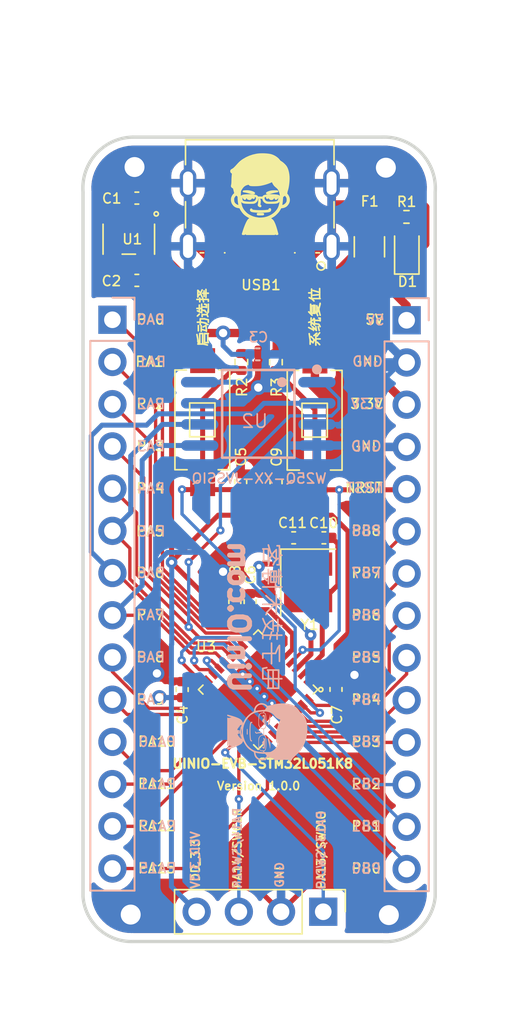
<source format=kicad_pcb>
(kicad_pcb (version 20211014) (generator pcbnew)
  (layers (0 "F.Cu" signal) (31 "B.Cu" signal) (34 "B.Paste" user) (35 "F.Paste" user) (36 "B.SilkS" user "B.Silkscreen") (37 "F.SilkS" user "F.Silkscreen") (38 "B.Mask" user) (39 "F.Mask" user) (44 "Edge.Cuts" user))
  (net 0 "")
  (net 1 "GND")
  (net 2 "/VDD_5V")
  (net 3 "/VDD_3.3V")
  (net 4 "/BOOT0")
  (net 5 "/NRST")
  (net 6 "Net-(C10-Pad2)")
  (net 7 "Net-(C11-Pad2)")
  (net 8 "Net-(D1-Pad2)")
  (net 9 "/PA0")
  (net 10 "/PA1")
  (net 11 "/PA2")
  (net 12 "/PA3")
  (net 13 "/PA4{slash}CS")
  (net 14 "/PA5{slash}SCLK")
  (net 15 "/PA6{slash}MISO")
  (net 16 "/PA7{slash}MOSI")
  (net 17 "/PA8")
  (net 18 "/PA9")
  (net 19 "/PA10")
  (net 20 "/PA15")
  (net 21 "/PA13{slash}SWDIO")
  (net 22 "/PA14{slash}SWCLK")
  (net 23 "/PB0")
  (net 24 "/PB1")
  (net 25 "/PB2")
  (net 26 "/PB3")
  (net 27 "/PB4")
  (net 28 "/PB5")
  (net 29 "/PB6")
  (net 30 "/PB7")
  (net 31 "/PB8")
  (net 35 "Net-(F1-Pad1)")
  (net 36 "/PA11")
  (net 37 "/PA12")
  (footprint "Resistor_SMD:R_0402_1005Metric" (layer "F.Cu") (at 157.61 96.24 -90)
    (fp_text reference "R3")
    (fp_text value "R")
  )
  (footprint "Capacitor_SMD:C_0402_1005Metric" (layer "F.Cu") (at 155.49 103.43 -90)
    (fp_text reference "C5")
    (fp_text value "0.1uF")
  )
  (footprint "Fuse:Fuse_1206_3216Metric" (layer "F.Cu") (at 163.24 89.3 -90)
    (fp_text reference "F1")
    (fp_text value "Polyfuse")
  )
  (footprint "Capacitor_SMD:C_0402_1005Metric" (layer "F.Cu") (at 151.968606 115.942853 90)
    (fp_text reference "C4")
    (fp_text value "0.1uF")
  )
  (footprint "Uinio:UFQFPN-32_L5.0-W5.0-P0.50-BL-EP" (layer "F.Cu") (at 156.541331 115.942853 135)
    (fp_text reference "U3")
    (fp_text value "STM32L051K8U6")
  )
  (footprint "Resistor_SMD:R_0402_1005Metric" (layer "F.Cu") (at 165.47 87.5 180)
    (fp_text reference "R1")
    (fp_text value "1K")
  )
  (footprint "Connector_PinHeader_2.54mm:PinHeader_1x04_P2.54mm_Vertical" (layer "F.Cu") (at 160.46 129.31 -90)
    (fp_text reference "J3" hide)
    (fp_text value "Conn_01x04_Male")
  )
  (footprint "Capacitor_SMD:C_0402_1005Metric" (layer "F.Cu") (at 155.14 110.65 -90)
    (fp_text reference "C8")
    (fp_text value "0.1uF")
  )
  (footprint "Capacitor_SMD:C_0402_1005Metric" (layer "F.Cu") (at 161.228606 115.932853 90)
    (fp_text reference "C7")
    (fp_text value "0.1uF")
  )
  (footprint "Uinio:USB-TYPEC-250-BRP6L68" (layer "F.Cu") (at 156.64 87.87 180)
    (fp_text reference "USB1")
    (fp_text value "USB_Type_C_6Pin")
  )
  (footprint "LOGO" (layer "F.Cu") (at 156.68 86.04)
    (fp_text reference "")
    (fp_text value "LOGO" hide)
  )
  (footprint "Capacitor_SMD:C_0402_1005Metric" (layer "F.Cu") (at 157.62 103.44 90)
    (fp_text reference "C9")
    (fp_text value "0.1uF")
  )
  (footprint "Uinio:SW-SMD_L6.0-W3.3-LS8.0-1" (layer "F.Cu") (at 159.96 99.87 -90)
    (fp_text reference "SW2" hide)
    (fp_text value "SW_Push")
  )
  (footprint "Resistor_SMD:R_0402_1005Metric" (layer "F.Cu") (at 155.53 96.23 -90)
    (fp_text reference "R2")
    (fp_text value "10K")
  )
  (footprint "LED_SMD:LED_0603_1608Metric" (layer "F.Cu") (at 165.49 89.455 90)
    (fp_text reference "D1")
    (fp_text value "LED")
  )
  (footprint "Capacitor_SMD:C_0402_1005Metric" (layer "F.Cu") (at 149.24 91.32)
    (fp_text reference "C2")
    (fp_text value "1uF")
  )
  (footprint "Capacitor_SMD:C_0402_1005Metric" (layer "F.Cu") (at 156.06 110.65 -90)
    (fp_text reference "C6")
    (fp_text value "1uF")
  )
  (footprint "Capacitor_SMD:C_0402_1005Metric" (layer "F.Cu") (at 158.68 106.81 180)
    (fp_text reference "C11")
    (fp_text value "8pF")
  )
  (footprint "Crystal:Crystal_SMD_3225-4Pin_3.2x2.5mm" (layer "F.Cu") (at 159.55 109.49 -90)
    (fp_text reference "Y1")
    (fp_text value "Crystal_GND24")
  )
  (footprint "Capacitor_SMD:C_0402_1005Metric" (layer "F.Cu") (at 160.5 106.81)
    (fp_text reference "C10")
    (fp_text value "8pF")
  )
  (footprint "Capacitor_SMD:C_0402_1005Metric" (layer "F.Cu") (at 149.24 86.37)
    (fp_text reference "C1")
    (fp_text value "1uF")
  )
  (footprint "Uinio:SW-SMD_L6.0-W3.3-LS8.0-1" (layer "F.Cu") (at 153.2 99.85 -90)
    (fp_text reference "SW1" hide)
    (fp_text value "SW_Push")
  )
  (footprint "Uinio:SOT-23-5_L3.0-W1.7-P0.95-LS2.8-BR" (layer "F.Cu") (at 148.756 88.842 90)
    (fp_text reference "U1")
    (fp_text value "ME6211C33M5G-N")
  )
  (footprint "Connector_PinHeader_2.54mm:PinHeader_1x14_P2.54mm_Vertical" (layer "B.Cu") (at 165.48 93.72 180)
    (fp_text reference "J2" hide)
    (fp_text value "Conn_01x14_Male")
  )
  (footprint "Uinio:SOIC-8_L5.3-W5.3-P1.27-LS8.0-BL" (layer "B.Cu") (at 156.55 99.35 -90)
    (fp_text reference "U2")
    (fp_text value "W25Q128JVSSIQ")
  )
  (footprint "Capacitor_SMD:C_0402_1005Metric" (layer "B.Cu") (at 156.52 95.77 180)
    (fp_text reference "C3")
    (fp_text value "0.1uF")
  )
  (footprint "LOGO" (layer "B.Cu") (at 157.181394 118.477147 90)
    (fp_text reference "")
    (fp_text value "LOGO" hide)
  )
  (footprint "Connector_PinHeader_2.54mm:PinHeader_1x14_P2.54mm_Vertical" (layer "B.Cu") (at 147.77 93.69 180)
    (fp_text reference "J1" hide)
    (fp_text value "Conn_01x14_Male")
  )
  (gr_arc (start 146 86) (mid 146.787386 83.702168) (end 149 82.7) (layer "Edge.Cuts") (width 0.2))
  (gr_arc (start 167.2 128.4) (mid 166.155286 130.408118) (end 164 131.1) (layer "Edge.Cuts") (width 0.2))
  (gr_line (start 167.2 86) (end 167.2 128.4) (layer "Edge.Cuts") (width 0.2))
  (gr_line (start 149 82.7) (end 164 82.7) (layer "Edge.Cuts") (width 0.2))
  (gr_line (start 149 131.1) (end 164 131.1) (layer "Edge.Cuts") (width 0.2))
  (gr_arc (start 149 131.1) (mid 146.958585 130.351572) (end 146 128.4) (layer "Edge.Cuts") (width 0.2))
  (gr_arc (start 164 82.7) (mid 166.340118 83.63231) (end 167.2 86) (layer "Edge.Cuts") (width 0.2))
  (gr_line (start 146 86) (end 146 128.4) (layer "Edge.Cuts") (width 0.2))
  (gr_text "PB7" (at 163.05 108.93) (layer "B.SilkS") (effects (font (size 0.6 0.6) (thickness 0.1)) (justify mirror)))
  (gr_text "PB4" (at 163.05 116.55) (layer "B.SilkS") (effects (font (size 0.6 0.6) (thickness 0.1)) (justify mirror)))
  (gr_text "PB0" (at 163.05 126.71) (layer "B.SilkS") (effects (font (size 0.6 0.6) (thickness 0.1)) (justify mirror)))
  (gr_text "PA11" (at 150.48 121.62) (layer "B.SilkS") (effects (font (size 0.6 0.6) (thickness 0.1)) (justify mirror)))
  (gr_text "PB3" (at 163.05 119.09) (layer "B.SilkS") (effects (font (size 0.6 0.6) (thickness 0.1)) (justify mirror)))
  (gr_text "NRST" (at 162.971 103.81) (layer "B.SilkS") (effects (font (size 0.6 0.6) (thickness 0.1)) (justify mirror)))
  (gr_text "PB6" (at 163.05 111.47) (layer "B.SilkS") (effects (font (size 0.6 0.6) (thickness 0.1)) (justify mirror)))
  (gr_text "PA12" (at 150.5 124.16) (layer "B.SilkS") (effects (font (size 0.6 0.6) (thickness 0.1)) (justify mirror)))
  (gr_text "PA15" (at 150.49 126.69) (layer "B.SilkS") (effects (font (size 0.6 0.6) (thickness 0.1)) (justify mirror)))
  (gr_text "PA13/SWDIO" (at 160.33 125.6 90) (layer "B.SilkS") (effects (font (size 0.5 0.5) (thickness 0.1)) (justify mirror)))
  (gr_text "PB8\n" (at 163.05 106.39) (layer "B.SilkS") (effects (font (size 0.6 0.6) (thickness 0.1)) (justify mirror)))
  (gr_text "PA10" (at 150.48 119.08) (layer "B.SilkS") (effects (font (size 0.6 0.6) (thickness 0.1)) (justify mirror)))
  (gr_text "PA3" (at 150.09 101.3) (layer "B.SilkS") (effects (font (size 0.6 0.6) (thickness 0.1)) (justify mirror)))
  (gr_text "PA6" (at 150.09 108.92) (layer "B.SilkS") (effects (font (size 0.6 0.6) (thickness 0.1)) (justify mirror)))
  (gr_text "电子技术博客" (at 157.281394 111.527147 270) (layer "B.SilkS") (effects (font (size 1 1) (thickness 0.1)) (justify mirror)))
  (gr_text "PA14/SWCLK" (at 155.29 125.49 90) (layer "B.SilkS") (effects (font (size 0.5 0.5) (thickness 0.1)) (justify mirror)))
  (gr_text "PB2" (at 163.05 121.63) (layer "B.SilkS") (effects (font (size 0.6 0.6) (thickness 0.1)) (justify mirror)))
  (gr_text "PA5" (at 150.114413 106.426044) (layer "B.SilkS") (effects (font (size 0.6 0.6) (thickness 0.1)) (justify mirror)))
  (gr_text "PA9" (at 150.09 116.54) (layer "B.SilkS") (effects (font (size 0.6 0.6) (thickness 0.1)) (justify mirror)))
  (gr_text "PA7" (at 150.09 111.46) (layer "B.SilkS") (effects (font (size 0.6 0.6) (thickness 0.1)) (justify mirror)))
  (gr_text "VDD_3.3V" (at 152.741582 126.19 90) (layer "B.SilkS") (effects (font (size 0.5 0.5) (thickness 0.1)) (justify mirror)))
  (gr_text "UinIO.com" (at 155.361394 111.567147 270) (layer "B.SilkS") (effects (font (size 1.2 1.2) (thickness 0.3)) (justify mirror)))
  (gr_text "PA2" (at 150.09 98.76) (layer "B.SilkS") (effects (font (size 0.6 0.6) (thickness 0.1)) (justify mirror)))
  (gr_text "GND" (at 157.83 127.09 90) (layer "B.SilkS") (effects (font (size 0.5 0.5) (thickness 0.1)) (justify mirror)))
  (gr_text "PA8" (at 150.09 114) (layer "B.SilkS") (effects (font (size 0.6 0.6) (thickness 0.1)) (justify mirror)))
  (gr_text "PB5" (at 163.05 114.01) (layer "B.SilkS") (effects (font (size 0.6 0.6) (thickness 0.1)) (justify mirror)))
  (gr_text "W25Q-XX-JVSSIQ" (at 156.6 103.24) (layer "B.SilkS") (effects (font (size 0.6 0.6) (thickness 0.1)) (justify mirror)))
  (gr_text "PA1" (at 150.15 96.22) (layer "B.SilkS") (effects (font (size 0.6 0.6) (thickness 0.1)) (justify mirror)))
  (gr_text "PA4" (at 150.09 103.84) (layer "B.SilkS") (effects (font (size 0.6 0.6) (thickness 0.1)) (justify mirror)))
  (gr_text "5V" (at 163.6 93.71) (layer "B.SilkS") (effects (font (size 0.6 0.6) (thickness 0.1)) (justify mirror)))
  (gr_text "PA0" (at 150.09 93.68) (layer "B.SilkS") (effects (font (size 0.6 0.6) (thickness 0.1)) (justify mirror)))
  (gr_text "PB1" (at 163.05 124.17) (layer "B.SilkS") (effects (font (size 0.6 0.6) (thickness 0.1)) (justify mirror)))
  (gr_text "3.3V" (at 163.11 98.75) (layer "B.SilkS") (effects (font (size 0.6 0.6) (thickness 0.1)) (justify mirror)))
  (gr_text "GND" (at 163.13 96.2) (layer "B.SilkS") (effects (font (size 0.6 0.6) (thickness 0.1)) (justify mirror)))
  (gr_text "GND" (at 163.05 101.31) (layer "B.SilkS") (effects (font (size 0.6 0.6) (thickness 0.1)) (justify mirror)))
  (gr_text "PB6" (at 163.05 111.46) (layer "F.SilkS") (effects (font (size 0.6 0.6) (thickness 0.1))))
  (gr_text "VDD_3.3V" (at 152.77 126.202902 90) (layer "F.SilkS") (effects (font (size 0.5 0.5) (thickness 0.1))))
  (gr_text "PA4" (at 150.06 103.83) (layer "F.SilkS") (effects (font (size 0.6 0.6) (thickness 0.1))))
  (gr_text "UINIO-EVB-STM32L051K8" (at 156.82 120.4) (layer "F.SilkS") (effects (font (size 0.55 0.55) (thickness 0.1375))))
  (gr_text "GND" (at 157.83 127.09 90) (layer "F.SilkS") (effects (font (size 0.5 0.5) (thickness 0.1))))
  (gr_text "PA13/SWDIO" (at 160.34 125.59 90) (layer "F.SilkS") (effects (font (size 0.5 0.5) (thickness 0.1))))
  (gr_text "PA0" (at 150.06 93.67) (layer "F.SilkS") (effects (font (size 0.6 0.6) (thickness 0.1))))
  (gr_text "PA1" (at 150 96.21) (layer "F.SilkS") (effects (font (size 0.6 0.6) (thickness 0.1))))
  (gr_text "PA15" (at 150.441 126.69) (layer "F.SilkS") (effects (font (size 0.6 0.6) (thickness 0.1))))
  (gr_text "NRST" (at 162.91 103.8) (layer "F.SilkS") (effects (font (size 0.6 0.6) (thickness 0.1))))
  (gr_text "PA3" (at 150.06 101.29) (layer "F.SilkS") (effects (font (size 0.6 0.6) (thickness 0.1))))
  (gr_text "GND" (at 163.05 101.3) (layer "F.SilkS") (effects (font (size 0.6 0.6) (thickness 0.1))))
  (gr_text "PB1" (at 163.05 124.16) (layer "F.SilkS") (effects (font (size 0.6 0.6) (thickness 0.1))))
  (gr_text "PA6" (at 150.06 108.91) (layer "F.SilkS") (effects (font (size 0.6 0.6) (thickness 0.1))))
  (gr_text "PB8\n" (at 163.05 106.38) (layer "F.SilkS") (effects (font (size 0.6 0.6) (thickness 0.1))))
  (gr_text "PB2" (at 163.05 121.62) (layer "F.SilkS") (effects (font (size 0.6 0.6) (thickness 0.1))))
  (gr_text "5V" (at 163.54 93.68) (layer "F.SilkS") (effects (font (size 0.6 0.6) (thickness 0.1))))
  (gr_text "Version 1.0.0" (at 156.57 121.74) (layer "F.SilkS") (effects (font (size 0.5 0.5) (thickness 0.1))))
  (gr_text "系统复位" (at 160 93.5 90) (layer "F.SilkS") (effects (font (size 0.6 0.6) (thickness 0.1))))
  (gr_text "PA2" (at 150.06 98.75) (layer "F.SilkS") (effects (font (size 0.6 0.6) (thickness 0.1))))
  (gr_text "PA7" (at 150.06 111.45) (layer "F.SilkS") (effects (font (size 0.6 0.6) (thickness 0.1))))
  (gr_text "PB7" (at 163.05 108.92) (layer "F.SilkS") (effects (font (size 0.6 0.6) (thickness 0.1))))
  (gr_text "3.3V" (at 163.07 98.75) (layer "F.SilkS") (effects (font (size 0.6 0.6) (thickness 0.1))))
  (gr_text "PA9" (at 150.06 116.53) (layer "F.SilkS") (effects (font (size 0.6 0.6) (thickness 0.1))))
  (gr_text "PB0" (at 163.05 126.7) (layer "F.SilkS") (effects (font (size 0.6 0.6) (thickness 0.1))))
  (gr_text "PA11" (at 150.441 121.61) (layer "F.SilkS") (effects (font (size 0.6 0.6) (thickness 0.1))))
  (gr_text "PA5" (at 150.035587 106.416044) (layer "F.SilkS") (effects (font (size 0.6 0.6) (thickness 0.1))))
  (gr_text "PA12" (at 150.441 124.15) (layer "F.SilkS") (effects (font (size 0.6 0.6) (thickness 0.1))))
  (gr_text "PA14/SWCLK" (at 155.29 125.49 90) (layer "F.SilkS") (effects (font (size 0.5 0.5) (thickness 0.1))))
  (gr_text "PB3" (at 163.05 119.08) (layer "F.SilkS") (effects (font (size 0.6 0.6) (thickness 0.1))))
  (gr_text "PB4" (at 163.05 116.54) (layer "F.SilkS") (effects (font (size 0.6 0.6) (thickness 0.1))))
  (gr_text "启动选择" (at 153.27 93.55 90) (layer "F.SilkS") (effects (font (size 0.6 0.6) (thickness 0.1))))
  (gr_text "PA8" (at 150.06 113.99) (layer "F.SilkS") (effects (font (size 0.6 0.6) (thickness 0.1))))
  (gr_text "PB5" (at 163.05 114) (layer "F.SilkS") (effects (font (size 0.6 0.6) (thickness 0.1))))
  (gr_text "GND" (at 163.13 96.2) (layer "F.SilkS") (effects (font (size 0.6 0.6) (thickness 0.1))))
  (gr_text "PA10" (at 150.441 119.07) (layer "F.SilkS") (effects (font (size 0.6 0.6) (thickness 0.1))))
  (segment (start 156.55 97.77) (end 156.55 102.87) (width 0.3) (layer "F.Cu") (net 1))
  (segment (start 148.356 86.792) (end 147.378 86.792) (width 0.3) (layer "F.Cu") (net 1))
  (segment (start 160.39 89.27) (end 159.39 90.27) (width 0.5) (layer "F.Cu") (net 1))
  (segment (start 166.6 86.91) (end 166.6 89.1325) (width 0.5) (layer "F.Cu") (net 1))
  (segment (start 160.96 89.27) (end 160.39 89.27) (width 0.5) (layer "F.Cu") (net 1))
  (segment (start 154.43 108.77) (end 157.27 105.93) (width 0.3) (layer "F.Cu") (net 1))
  (segment (start 159.16 106.81) (end 160.02 106.81) (width 0.3) (layer "F.Cu") (net 1))
  (segment (start 164.23 86.71) (end 164.27 86.75) (width 0.5) (layer "F.Cu") (net 1))
  (segment (start 156.57 102.95) (end 155.49 102.95) (width 0.3) (layer "F.Cu") (net 1))
  (segment (start 160.98 86.75) (end 160.98 89.25) (width 0.5) (layer "F.Cu") (net 1))
  (segment (start 159.95 106.88) (end 159.95 107.94) (width 0.3) (layer "F.Cu") (net 1))
  (segment (start 156.55 102.87) (end 156.6 102.92) (width 0.3) (layer "F.Cu") (net 1))
  (segment (start 163.3 85.47) (end 164.23 84.54) (width 0.5) (layer "F.Cu") (net 1))
  (segment (start 154.43 108.85) (end 154.43 108.77) (width 0.3) (layer "F.Cu") (net 1))
  (segment (start 156.6 102.92) (end 156.63 102.95) (width 0.3) (layer "F.Cu") (net 1))
  (segment (start 157.27 105.93) (end 158.78 105.93) (width 0.3) (layer "F.Cu") (net 1))
  (segment (start 146.92 87.25) (end 146.92 90.79) (width 0.3) (layer "F.Cu") (net 1))
  (segment (start 150.07 85.47) (end 149.1 84.5) (width 0.5) (layer "F.Cu") (net 1))
  (segment (start 155.53 95.72) (end 156.55 96.74) (width 0.3) (layer "F.Cu") (net 1))
  (segment (start 152.32 85.47) (end 150.07 85.47) (width 0.5) (layer "F.Cu") (net 1))
  (segment (start 162.28 115.67) (end 162.34 115.61) (width 0.3) (layer "F.Cu") (net 1))
  (segment (start 150.72 127.63) (end 156.22 127.63) (width 0.3) (layer "F.Cu") (net 1))
  (segment (start 166.44 86.75) (end 166.6 86.91) (width 0.5) (layer "F.Cu") (net 1))
  (segment (start 151.968606 115.462853) (end 150.942853 115.462853) (width 0.3) (layer "F.Cu") (net 1))
  (segment (start 150.942853 115.462853) (end 150.45 114.97) (width 0.3) (layer "F.Cu") (net 1))
  (segment (start 159.59 127.64) (end 162.54 127.64) (width 0.3) (layer "F.Cu") (net 1))
  (segment (start 156.22 127.63) (end 157.9 129.31) (width 0.3) (layer "F.Cu") (net 1))
  (segment (start 146.92 90.79) (end 147.45 91.32) (width 0.3) (layer "F.Cu") (net 1))
  (segment (start 156.55 96.74) (end 156.55 97.77) (width 0.3) (layer "F.Cu") (net 1))
  (segment (start 164.27 86.75) (end 164.34 86.75) (width 0.5) (layer "F.Cu") (net 1))
  (segment (start 160.98 85.49) (end 160.98 86.75) (width 0.5) (layer "F.Cu") (net 1))
  (segment (start 160.98 86.75) (end 164.34 86.75) (width 0.5) (layer "F.Cu") (net 1))
  (segment (start 156.6 102.92) (end 156.57 102.95) (width 0.3) (layer "F.Cu") (net 1))
  (segment (start 161.537147 116.412853) (end 162.28 115.67) (width 0.3) (layer "F.Cu") (net 1))
  (segment (start 147.45 91.32) (end 148.76 91.32) (width 0.3) (layer "F.Cu") (net 1))
  (segment (start 162.54 127.64) (end 164.41 129.51) (width 0.3) (layer "F.Cu") (net 1))
  (segment (start 152.32 85.47) (end 160.96 85.47) (width 0.5) (layer "F.Cu") (net 1))
  (segment (start 147.378 86.792) (end 146.92 87.25) (width 0.3) (layer "F.Cu") (net 1))
  (segment (start 148.87 129.48) (end 150.72 127.63) (width 0.3) (layer "F.Cu") (net 1))
  (segment (start 156.63 102.95) (end 157.61 102.95) (width 0.3) (layer "F.Cu") (net 1))
  (segment (start 161.228606 116.412853) (end 161.537147 116.412853) (width 0.3) (layer "F.Cu") (net 1))
  (segment (start 157.92 129.31) (end 159.59 127.64) (width 0.3) (layer "F.Cu") (net 1))
  (segment (start 152.32 89.27) (end 152.32 85.47) (width 0.5) (layer "F.Cu") (net 1))
  (segment (start 160.96 85.47) (end 163.3 85.47) (width 0.5) (layer "F.Cu") (net 1))
  (segment (start 158.7 110.35) (end 160.4 108.65) (width 0.3) (layer "F.Cu") (net 1))
  (segment (start 159.16 106.31) (end 159.16 106.81) (width 0.3) (layer "F.Cu") (net 1))
  (segment (start 164.23 84.54) (end 164.23 86.71) (width 0.5) (layer "F.Cu") (net 1))
  (segment (start 166.6 89.1325) (end 165.49 90.2425) (width 0.5) (layer "F.Cu") (net 1))
  (segment (start 152.32 89.27) (end 152.89 89.27) (width 0.5) (layer "F.Cu") (net 1))
  (segment (start 152.89 89.27) (end 153.89 90.27) (width 0.5) (layer "F.Cu") (net 1))
  (segment (start 155.14 109.56) (end 155.14 110.17) (width 0.3) (layer "F.Cu") (net 1))
  (segment (start 158.78 105.93) (end 159.16 106.31) (width 0.3) (layer "F.Cu") (net 1))
  (segment (start 154.43 108.85) (end 155.14 109.56) (width 0.3) (layer "F.Cu") (net 1))
  (segment (start 148.756 87.192) (end 148.356 86.792) (width 0.3) (layer "F.Cu") (net 1))
  (segment (start 162.34 115.61) (end 162.34 115.06) (width 0.3) (layer "F.Cu") (net 1))
  (segment (start 164.34 86.75) (end 166.44 86.75) (width 0.5) (layer "F.Cu") (net 1))
  (via (at 164.23 84.54) (size 1.5) (drill 1.2) (layers "F.Cu" "B.Cu") (net 1))
  (via (at 150.45 114.97) (size 0.9) (drill 0.5) (layers "F.Cu" "B.Cu") (net 1))
  (via (at 149.1 84.5) (size 1.5) (drill 1.2) (layers "F.Cu" "B.Cu") (net 1))
  (via (at 156.55 97.77) (size 0.9) (drill 0.5) (layers "F.Cu" "B.Cu") (net 1))
  (via (at 154.43 108.85) (size 0.9) (drill 0.5) (layers "F.Cu" "B.Cu") (net 1))
  (via (at 148.87 129.48) (size 1.5) (drill 1.2) (layers "F.Cu" "B.Cu") (net 1))
  (via (at 156.04 115.46) (size 0.5) (drill 0.2) (layers "F.Cu" "B.Cu") (net 1))
  (via (at 156.48 115.88) (size 0.5) (drill 0.2) (layers "F.Cu" "B.Cu") (net 1))
  (via (at 157.37 116.77) (size 0.5) (drill 0.2) (layers "F.Cu" "B.Cu") (net 1))
  (via (at 156.91 116.36) (size 0.5) (drill 0.2) (layers "F.Cu" "B.Cu") (net 1))
  (via (at 162.34 115.06) (size 0.9) (drill 0.5) (layers "F.Cu" "B.Cu") (net 1))
  (via (at 155.61 115.01) (size 0.5) (drill 0.2) (layers "F.Cu" "B.Cu") (net 1))
  (via (at 164.41 129.51) (size 1.5) (drill 1.2) (layers "F.Cu" "B.Cu") (net 1))
  (segment (start 162.68 100.2) (end 162.68 97.26) (width 0.3) (layer "B.Cu") (net 1))
  (segment (start 162.34 101.54) (end 163.26 100.62) (width 0.3) (layer "B.Cu") (net 1))
  (segment (start 154.43 108.85) (end 153.265048 107.685048) (width 0.3) (layer "B.Cu") (net 1))
  (segment (start 157 95.23) (end 152.32 90.55) (width 0.5) (layer "B.Cu") (net 1))
  (segment (start 152.32 90.55) (end 152.32 89.27) (width 0.5) (layer "B.Cu") (net 1))
  (segment (start 160.08 101.255) (end 161.625 101.255) (width 0.3) (layer "B.Cu") (net 1))
  (segment (start 151.080971 107.685048) (end 150.45 108.316019) (width 0.3) (layer "B.Cu") (net 1))
  (segment (start 163.3 100.25) (end 163.3 100.62) (width 0.3) (layer "B.Cu") (net 1))
  (segment (start 163.3 96.64) (end 165.1 96.64) (width 0.3) (layer "B.Cu") (net 1))
  (segment (start 164.09 96.26) (end 164.82 96.26) (width 0.5) (layer "B.Cu") (net 1))
  (segment (start 155.625 98.715) (end 157 97.34) (width 0.4) (layer "B.Cu") (net 1))
  (segment (start 165.13 96.26) (end 163.3 98.09) (width 0.3) (layer "B.Cu") (net 1))
  (segment (start 161.455 99.985) (end 162.08 99.36) (width 0.3) (layer "B.Cu") (net 1))
  (segment (start 163.26 100.62) (end 163.3 100.62) (width 0.3) (layer "B.Cu") (net 1))
  (segment (start 157 95.77) (end 157 95.23) (width 0.5) (layer "B.Cu") (net 1))
  (segment (start 160.08 99.985) (end 161.455 99.985) (width 0.3) (layer "B.Cu") (net 1))
  (segment (start 163.3 98.09) (end 163.3 100.25) (width 0.3) (layer "B.Cu") (net 1))
  (segment (start 162.08 99.36) (end 162.08 96.88) (width 0.3) (layer "B.Cu") (net 1))
  (segment (start 160.98 93.15) (end 164.09 96.26) (width 0.5) (layer "B.Cu") (net 1))
  (segment (start 162.08 96.88) (end 162.59 96.37) (width 0.3) (layer "B.Cu") (net 1))
  (segment (start 164.02 101.34) (end 165.48 101.34) (width 0.3) (layer "B.Cu") (net 1))
  (segment (start 160.98 89.29) (end 160.98 93.15) (width 0.5) (layer "B.Cu") (net 1))
  (segment (start 153.02 98.715) (end 155.625 98.715) (width 0.4) (layer "B.Cu") (net 1))
  (segment (start 163.3 100.62) (end 164.02 101.34) (width 0.3) (layer "B.Cu") (net 1))
  (segment (start 164.23 84.54) (end 164.23 95.01) (width 0.5) (layer "B.Cu") (net 1))
  (segment (start 161.625 101.255) (end 162.68 100.2) (width 0.3) (layer "B.Cu") (net 1))
  (segment (start 162.68 97.26) (end 163.3 96.64) (width 0.3) (layer "B.Cu") (net 1))
  (segment (start 150.45 108.316019) (end 150.45 114.97) (width 0.3) (layer "B.Cu") (net 1))
  (segment (start 162.34 115.06) (end 162.34 101.54) (width 0.3) (layer "B.Cu") (net 1))
  (segment (start 153.265048 107.685048) (end 151.080971 107.685048) (width 0.3) (layer "B.Cu") (net 1))
  (segment (start 157 97.34) (end 157 95.77) (width 0.4) (layer "B.Cu") (net 1))
  (segment (start 162.59 96.37) (end 165.37 96.37) (width 0.3) (layer "B.Cu") (net 1))
  (segment (start 164.23 95.01) (end 165.48 96.26) (width 0.5) (layer "B.Cu") (net 1))
  (segment (start 164.82 96.26) (end 165.48 96.26) (width 0.5) (layer "B.Cu") (net 1))
  (segment (start 149.706 88.414) (end 149.706 87.542) (width 0.5) (layer "F.Cu") (net 2))
  (segment (start 149.474 88.646) (end 149.706 88.414) (width 0.5) (layer "F.Cu") (net 2))
  (segment (start 149.72 88.76) (end 154.01 93.05) (width 0.5) (layer "F.Cu") (net 2))
  (segment (start 149.72 87.556) (end 149.72 88.76) (width 0.5) (layer "F.Cu") (net 2))
  (segment (start 147.806 87.542) (end 147.806 88.446) (width 0.5) (layer "F.Cu") (net 2))
  (segment (start 163.35 90.7) (end 165.48 92.83) (width 0.5) (layer "F.Cu") (net 2))
  (segment (start 165.48 92.83) (end 165.48 93.72) (width 0.5) (layer "F.Cu") (net 2))
  (segment (start 164.96 87.5) (end 164.52 87.94) (width 0.5) (layer "F.Cu") (net 2))
  (segment (start 149.706 87.542) (end 149.706 86.384) (width 0.5) (layer "F.Cu") (net 2))
  (segment (start 160.99 93.05) (end 163.24 90.8) (width 0.5) (layer "F.Cu") (net 2))
  (segment (start 154.01 93.05) (end 160.99 93.05) (width 0.5) (layer "F.Cu") (net 2))
  (segment (start 164.52 87.94) (end 164.52 89.42) (width 0.5) (layer "F.Cu") (net 2))
  (segment (start 147.806 88.446) (end 148.006 88.646) (width 0.5) (layer "F.Cu") (net 2))
  (segment (start 149.706 87.542) (end 149.72 87.556) (width 0.5) (layer "F.Cu") (net 2))
  (segment (start 164.52 89.42) (end 163.24 90.7) (width 0.5) (layer "F.Cu") (net 2))
  (segment (start 148.006 88.646) (end 149.474 88.646) (width 0.5) (layer "F.Cu") (net 2))
  (segment (start 153.2 94.8) (end 153.2 96.15) (width 0.3) (layer "F.Cu") (net 3))
  (segment (start 154.432 94.488) (end 152.888 94.488) (width 0.5) (layer "F.Cu") (net 3))
  (segment (start 151.33 108.284548) (end 151.33 92.97) (width 0.3) (layer "F.Cu") (net 3))
  (segment (start 157.61 94.612) (end 157.734 94.488) (width 0.4) (layer "F.Cu") (net 3))
  (segment (start 149.72 91.32) (end 151.35 92.95) (width 0.5) (layer "F.Cu") (net 3))
  (segment (start 161.95 106.42) (end 161.95 112.54) (width 0.3) (layer "F.Cu") (net 3))
  (segment (start 161.228606 113.261394) (end 161.228606 115.452853) (width 0.3) (layer "F.Cu") (net 3))
  (segment (start 151.975 93.575) (end 153.2 94.8) (width 0.3) (layer "F.Cu") (net 3))
  (segment (start 157.61 95.73) (end 157.61 94.612) (width 0.4) (layer "F.Cu") (net 3))
  (segment (start 149.706 90.142) (end 149.706 91.306) (width 0.3) (layer "F.Cu") (net 3))
  (segment (start 158.852 94.488) (end 157.734 94.488) (width 0.5) (layer "F.Cu") (net 3))
  (segment (start 159.574819 115.384239) (end 161.159992 115.384239) (width 0.3) (layer "F.Cu") (net 3))
  (segment (start 151.3295 108.285048) (end 151.33 108.284548) (width 0.3) (layer "F.Cu") (net 3))
  (segment (start 152.888 94.488) (end 151.975 93.575) (width 0.5) (layer "F.Cu") (net 3))
  (segment (start 158.852 94.488) (end 161.198 94.488) (width 0.5) (layer "F.Cu") (net 3))
  (segment (start 151.968606 116.422853) (end 153.429229 116.422853) (width 0.3) (layer "F.Cu") (net 3))
  (segment (start 156.06 111.13) (end 157.15 111.13) (width 0.3) (layer "F.Cu") (net 3))
  (segment (start 150.592353 116.422853) (end 150.59 116.4205) (width 0.3) (layer "F.Cu") (net 3))
  (segment (start 151.3295 108.285048) (end 151.3295 108.2585) (width 0.3) (layer "F.Cu") (net 3))
  (segment (start 155.14 111.13) (end 156.06 111.13) (width 0.3) (layer "F.Cu") (net 3))
  (segment (start 157.734 94.488) (end 155.956 94.488) (width 0.5) (layer "F.Cu") (net 3))
  (segment (start 154.138 105.45) (end 160.98 105.45) (width 0.3) (layer "F.Cu") (net 3))
  (segment (start 151.35 92.95) (end 151.975 93.575) (width 0.5) (layer "F.Cu") (net 3))
  (segment (start 151.335048 108.285048) (end 154.18 111.13) (width 0.3) (layer "F.Cu") (net 3))
  (segment (start 158.61 113.520631) (end 158.160606 113.970025) (width 0.3) (layer "F.Cu") (net 3))
  (segment (start 153.429229 116.422853) (end 153.507843 116.501467) (width 0.3) (layer "F.Cu") (net 3))
  (segment (start 154.432 94.488) (end 155.956 94.488) (width 0.5) (layer "F.Cu") (net 3))
  (segment (start 151.968606 116.422853) (end 150.592353 116.422853) (width 0.3) (layer "F.Cu") (net 3))
  (segment (start 151.3295 108.285048) (end 151.335048 108.285048) (width 0.3) (layer "F.Cu") (net 3))
  (segment (start 158.61 112.59) (end 158.61 113.520631) (width 0.3) (layer "F.Cu") (net 3))
  (segment (start 161.95 112.54) (end 161.228606 113.261394) (width 0.3) (layer "F.Cu") (net 3))
  (segment (start 151.33 92.97) (end 151.35 92.95) (width 0.3) (layer "F.Cu") (net 3))
  (segment (start 154.18 111.13) (end 155.14 111.13) (width 0.3) (layer "F.Cu") (net 3))
  (segment (start 157.15 111.13) (end 158.61 112.59) (width 0.3) (layer "F.Cu") (net 3))
  (segment (start 160.98 105.45) (end 161.95 106.42) (width 0.3) (layer "F.Cu") (net 3))
  (segment (start 161.198 94.488) (end 165.48 98.77) (width 0.5) (layer "F.Cu") (net 3))
  (segment (start 151.3295 108.2585) (end 154.138 105.45) (width 0.3) (layer "F.Cu") (net 3))
  (via (at 154.432 94.488) (size 0.9) (drill 0.5) (layers "F.Cu" "B.Cu") (net 3))
  (via (at 150.59 116.4205) (size 0.9) (drill 0.5) (layers "F.Cu" "B.Cu") (net 3))
  (via (at 151.3295 108.285048) (size 0.7) (drill 0.3) (layers "F.Cu" "B.Cu") (net 3))
  (segment (start 151.3005 116.4205) (end 151.32 116.44) (width 0.3) (layer "B.Cu") (net 3))
  (segment (start 154.432 95.25) (end 154.432 94.488) (width 0.3) (layer "B.Cu") (net 3))
  (segment (start 151.34 113.212893) (end 151.32 113.232893) (width 0.3) (layer "B.Cu") (net 3))
  (segment (start 156.04 95.77) (end 156.04 97.07) (width 0.3) (layer "B.Cu") (net 3))
  (segment (start 151.34 108.295548) (end 151.34 113.212893) (width 0.3) (layer "B.Cu") (net 3))
  (segment (start 155.665 97.445) (end 153.02 97.445) (width 0.3) (layer "B.Cu") (net 3))
  (segment (start 150.59 116.4205) (end 151.3005 116.4205) (width 0.3) (layer "B.Cu") (net 3))
  (segment (start 156.04 97.07) (end 155.665 97.445) (width 0.3) (layer "B.Cu") (net 3))
  (segment (start 151.32 127.79) (end 152.84 129.31) (width 0.3) (layer "B.Cu") (net 3))
  (segment (start 151.3295 108.285048) (end 151.34 108.295548) (width 0.3) (layer "B.Cu") (net 3))
  (segment (start 151.32 113.232893) (end 151.32 116.44) (width 0.3) (layer "B.Cu") (net 3))
  (segment (start 154.952 95.77) (end 154.432 95.25) (width 0.3) (layer "B.Cu") (net 3))
  (segment (start 156.04 95.77) (end 154.952 95.77) (width 0.3) (layer "B.Cu") (net 3))
  (segment (start 151.32 116.44) (end 151.32 127.79) (width 0.3) (layer "B.Cu") (net 3))
  (segment (start 151.97 103.91) (end 152.84 103.91) (width 0.3) (layer "F.Cu") (net 4))
  (segment (start 154.974 96.74) (end 155.53 96.74) (width 0.3) (layer "F.Cu") (net 4))
  (segment (start 151.96 103.9) (end 151.97 103.91) (width 0.3) (layer "F.Cu") (net 4))
  (segment (start 153.2 103.55) (end 153.2 98.514) (width 0.3) (layer "F.Cu") (net 4))
  (segment (start 155.49 103.91) (end 153.56 103.91) (width 0.3) (layer "F.Cu") (net 4))
  (segment (start 160.26 117.342353) (end 159.708598 117.342353) (width 0.2) (layer "F.Cu") (net 4))
  (segment (start 153.2 98.514) (end 154.974 96.74) (width 0.3) (layer "F.Cu") (net 4))
  (segment (start 159.708598 117.342353) (end 159.221266 116.855021) (width 0.2) (layer "F.Cu") (net 4))
  (via (at 160.26 117.342353) (size 0.5) (drill 0.2) (layers "F.Cu" "B.Cu") (net 4))
  (via (at 151.96 103.9) (size 0.5) (drill 0.2) (layers "F.Cu" "B.Cu") (net 4))
  (segment (start 151.96 105.38) (end 156.24 109.66) (width 0.2) (layer "B.Cu") (net 4))
  (segment (start 156.24 109.674974) (end 158.77 112.204974) (width 0.2) (layer "B.Cu") (net 4))
  (segment (start 156.24 109.66) (end 156.24 109.674974) (width 0.2) (layer "B.Cu") (net 4))
  (segment (start 158.77 115.852353) (end 160.26 117.342353) (width 0.2) (layer "B.Cu") (net 4))
  (segment (start 151.96 103.9) (end 151.96 105.38) (width 0.2) (layer "B.Cu") (net 4))
  (segment (start 158.77 112.204974) (end 158.77 115.852353) (width 0.2) (layer "B.Cu") (net 4))
  (segment (start 159.2195 113.55) (end 159.2195 113.618237) (width 0.2) (layer "F.Cu") (net 5))
  (segment (start 161.42 103.92) (end 160.31 103.92) (width 0.3) (layer "F.Cu") (net 5))
  (segment (start 161.42 103.92) (end 165.44 103.92) (width 0.3) (layer "F.Cu") (net 5))
  (segment (start 157.61 96.75) (end 159.96 99.1) (width 0.3) (layer "F.Cu") (net 5))
  (segment (start 159.96 99.1) (end 159.96 103.57) (width 0.3) (layer "F.Cu") (net 5))
  (segment (start 159.2195 113.618237) (end 158.514159 114.323578) (width 0.2) (layer "F.Cu") (net 5))
  (segment (start 157.62 103.92) (end 159.61 103.92) (width 0.3) (layer "F.Cu") (net 5))
  (via (at 159.2195 113.55) (size 0.5) (drill 0.2) (layers "F.Cu" "B.Cu") (net 5))
  (via (at 161.42 103.92) (size 0.5) (drill 0.2) (layers "F.Cu" "B.Cu") (net 5))
  (segment (start 161.42 112.39) (end 161.42 103.92) (width 0.2) (layer "B.Cu") (net 5))
  (segment (start 159.2195 113.55) (end 160.26 113.55) (width 0.2) (layer "B.Cu") (net 5))
  (segment (start 160.26 113.55) (end 161.42 112.39) (width 0.2) (layer "B.Cu") (net 5))
  (segment (start 160.4 113.851951) (end 159.221266 115.030685) (width 0.3) (layer "F.Cu") (net 6))
  (segment (start 161.34 107.17) (end 161.34 109.65) (width 0.3) (layer "F.Cu") (net 6))
  (segment (start 160.4 110.59) (end 160.4 113.851951) (width 0.3) (layer "F.Cu") (net 6))
  (segment (start 161.34 109.65) (end 160.4 110.59) (width 0.3) (layer "F.Cu") (net 6))
  (segment (start 160.98 106.81) (end 161.34 107.17) (width 0.3) (layer "F.Cu") (net 6))
  (segment (start 156.74 108.39) (end 158.7 108.39) (width 0.3) (layer "F.Cu") (net 7))
  (segment (start 158.25 106.86) (end 158.25 107.94) (width 0.3) (layer "F.Cu") (net 7))
  (segment (start 159.72 112.67) (end 159.72 113.824844) (width 0.3) (layer "F.Cu") (net 7))
  (segment (start 159.7 112.65) (end 159.72 112.67) (width 0.3) (layer "F.Cu") (net 7))
  (segment (start 156.59 108.54) (end 156.74 108.39) (width 0.3) (layer "F.Cu") (net 7))
  (segment (start 159.72 113.824844) (end 158.867712 114.677132) (width 0.3) (layer "F.Cu") (net 7))
  (via (at 159.7 112.65) (size 0.7) (drill 0.3) (layers "F.Cu" "B.Cu") (net 7))
  (via (at 156.59 108.54) (size 0.7) (drill 0.3) (layers "F.Cu" "B.Cu") (net 7))
  (segment (start 159.7 112.65) (end 159.7 112.64) (width 0.3) (layer "B.Cu") (net 7))
  (segment (start 156.59 109.53) (end 156.59 108.54) (width 0.3) (layer "B.Cu") (net 7))
  (segment (start 159.7 112.64) (end 156.59 109.53) (width 0.3) (layer "B.Cu") (net 7))
  (segment (start 165.98 87.5) (end 165.98 88.1775) (width 0.5) (layer "F.Cu") (net 8))
  (segment (start 165.98 88.1775) (end 165.49 88.6675) (width 0.5) (layer "F.Cu") (net 8))
  (segment (start 158.21 113.213524) (end 157.807052 113.616472) (width 0.2) (layer "F.Cu") (net 9))
  (segment (start 158.21 112.815736) (end 158.21 113.213524) (width 0.2) (layer "F.Cu") (net 9))
  (segment (start 147.95 93.69) (end 150.78 96.52) (width 0.2) (layer "F.Cu") (net 9))
  (segment (start 157.034264 111.64) (end 158.21 112.815736) (width 0.2) (layer "F.Cu") (net 9))
  (segment (start 150.78 96.52) (end 150.78 108.657208) (width 0.2) (layer "F.Cu") (net 9))
  (segment (start 153.762792 111.64) (end 157.034264 111.64) (width 0.2) (layer "F.Cu") (net 9))
  (segment (start 150.78 108.657208) (end 153.762792 111.64) (width 0.2) (layer "F.Cu") (net 9))
  (segment (start 157.79 112.82) (end 156.91 111.94) (width 0.2) (layer "F.Cu") (net 10))
  (segment (start 150.37 108.671472) (end 150.37 98.83) (width 0.2) (layer "F.Cu") (net 10))
  (segment (start 156.91 111.94) (end 153.638528 111.94) (width 0.2) (layer "F.Cu") (net 10))
  (segment (start 150.37 98.83) (end 147.77 96.23) (width 0.2) (layer "F.Cu") (net 10))
  (segment (start 153.638528 111.94) (end 150.37 108.671472) (width 0.2) (layer "F.Cu") (net 10))
  (segment (start 157.79 112.926417) (end 157.79 112.82) (width 0.2) (layer "F.Cu") (net 10))
  (segment (start 157.453499 113.262918) (end 157.79 112.926417) (width 0.2) (layer "F.Cu") (net 10))
  (segment (start 153.514264 112.24) (end 150.05 108.775736) (width 0.2) (layer "F.Cu") (net 11))
  (segment (start 150.05 108.775736) (end 150.05 101.05) (width 0.2) (layer "F.Cu") (net 11))
  (segment (start 150.05 101.05) (end 147.77 98.77) (width 0.2) (layer "F.Cu") (net 11))
  (segment (start 156.43058 112.24) (end 153.514264 112.24) (width 0.2) (layer "F.Cu") (net 11))
  (segment (start 157.099945 112.909365) (end 156.43058 112.24) (width 0.2) (layer "F.Cu") (net 11))
  (segment (start 155.613352 112.54) (end 153.39 112.54) (width 0.2) (layer "F.Cu") (net 12))
  (segment (start 149.65 103.19) (end 147.77 101.31) (width 0.2) (layer "F.Cu") (net 12))
  (segment (start 155.982717 112.909365) (end 155.613352 112.54) (width 0.2) (layer "F.Cu") (net 12))
  (segment (start 153.39 112.54) (end 149.65 108.8) (width 0.2) (layer "F.Cu") (net 12))
  (segment (start 149.65 108.8) (end 149.65 103.19) (width 0.2) (layer "F.Cu") (net 12))
  (segment (start 149.23 109.01) (end 149.23 105.31) (width 0.2) (layer "F.Cu") (net 13))
  (segment (start 152.359977 112.1705) (end 153.029477 112.84) (width 0.2) (layer "F.Cu") (net 13))
  (segment (start 152.359977 112.1705) (end 152.359977 112.139977) (width 0.2) (layer "F.Cu") (net 13))
  (segment (start 152.36 108.27) (end 154.27 106.36) (width 0.2) (layer "F.Cu") (net 13))
  (segment (start 153.029477 112.84) (end 155.206245 112.84) (width 0.2) (layer "F.Cu") (net 13))
  (segment (start 155.206245 112.84) (end 155.629163 113.262918) (width 0.2) (layer "F.Cu") (net 13))
  (segment (start 152.359977 112.139977) (end 149.23 109.01) (width 0.2) (layer "F.Cu") (net 13))
  (segment (start 149.23 105.31) (end 147.77 103.85) (width 0.2) (layer "F.Cu") (net 13))
  (via (at 154.27 106.36) (size 0.5) (drill 0.2) (layers "F.Cu" "B.Cu") (net 13))
  (via (at 152.36 108.27) (size 0.5) (drill 0.2) (layers "F.Cu" "B.Cu") (net 13))
  (via (at 152.359977 112.1705) (size 0.5) (drill 0.2) (layers "F.Cu" "B.Cu") (net 13))
  (segment (start 161.405 99.025) (end 161.405 98.425) (width 0.2) (layer "B.Cu") (net 13))
  (segment (start 154.27 106.36) (end 154.27 103.66) (width 0.2) (layer "B.Cu") (net 13))
  (segment (start 160.96 99.47) (end 161.405 99.025) (width 0.2) (layer "B.Cu") (net 13))
  (segment (start 161.405 98.425) (end 160.425 97.445) (width 0.2) (layer "B.Cu") (net 13))
  (segment (start 158.46 99.47) (end 160.96 99.47) (width 0.2) (layer "B.Cu") (net 13))
  (segment (start 154.27 103.66) (end 158.46 99.47) (width 0.2) (layer "B.Cu") (net 13))
  (segment (start 152.36 112.170477) (end 152.359977 112.1705) (width 0.2) (layer "B.Cu") (net 13))
  (segment (start 152.36 108.27) (end 152.36 112.170477) (width 0.2) (layer "B.Cu") (net 13))
  (segment (start 147.77 106.39) (end 148.82 107.44) (width 0.2) (layer "F.Cu") (net 14))
  (segment (start 148.82 107.44) (end 148.82 109.285736) (width 0.2) (layer "F.Cu") (net 14))
  (segment (start 154.799138 113.14) (end 155.27561 113.616472) (width 0.2) (layer "F.Cu") (net 14))
  (segment (start 148.82 109.285736) (end 152.674264 113.14) (width 0.2) (layer "F.Cu") (net 14))
  (segment (start 152.674264 113.14) (end 154.799138 113.14) (width 0.2) (layer "F.Cu") (net 14))
  (segment (start 148.87 105.29) (end 147.77 106.39) (width 0.3) (layer "B.Cu") (net 14))
  (segment (start 153.02 99.985) (end 150.775 99.985) (width 0.3) (layer "B.Cu") (net 14))
  (segment (start 150.775 99.985) (end 148.87 101.89) (width 0.3) (layer "B.Cu") (net 14))
  (segment (start 148.87 101.89) (end 148.87 105.29) (width 0.3) (layer "B.Cu") (net 14))
  (segment (start 154.922056 113.970025) (end 154.392031 113.44) (width 0.2) (layer "F.Cu") (net 15))
  (segment (start 154.392031 113.44) (end 152.55 113.44) (width 0.2) (layer "F.Cu") (net 15))
  (segment (start 152.55 113.44) (end 148.04 108.93) (width 0.2) (layer "F.Cu") (net 15))
  (segment (start 149.83 100.03) (end 147.14 100.03) (width 0.3) (layer "B.Cu") (net 15))
  (segment (start 156.885 98.715) (end 156.25 99.35) (width 0.3) (layer "B.Cu") (net 15))
  (segment (start 146.5 100.67) (end 146.5 107.66) (width 0.3) (layer "B.Cu") (net 15))
  (segment (start 160.08 98.715) (end 156.885 98.715) (width 0.3) (layer "B.Cu") (net 15))
  (segment (start 147.14 100.03) (end 146.5 100.67) (width 0.3) (layer "B.Cu") (net 15))
  (segment (start 146.5 107.66) (end 147.77 108.93) (width 0.3) (layer "B.Cu") (net 15))
  (segment (start 150.51 99.35) (end 149.83 100.03) (width 0.3) (layer "B.Cu") (net 15))
  (segment (start 156.25 99.35) (end 150.51 99.35) (width 0.3) (layer "B.Cu") (net 15))
  (segment (start 147.77 111.47) (end 150.155736 111.47) (width 0.2) (layer "F.Cu") (net 16))
  (segment (start 150.155736 111.47) (end 152.425736 113.74) (width 0.2) (layer "F.Cu") (net 16))
  (segment (start 153.984925 113.74) (end 154.568503 114.323578) (width 0.2) (layer "F.Cu") (net 16))
  (segment (start 152.425736 113.74) (end 153.984925 113.74) (width 0.2) (layer "F.Cu") (net 16))
  (segment (start 149.56 109.68) (end 147.77 111.47) (width 0.3) (layer "B.Cu") (net 16))
  (segment (start 150.445 101.255) (end 149.56 102.14) (width 0.3) (layer "B.Cu") (net 16))
  (segment (start 149.56 102.14) (end 149.56 109.68) (width 0.3) (layer "B.Cu") (net 16))
  (segment (start 153.02 101.255) (end 150.445 101.255) (width 0.3) (layer "B.Cu") (net 16))
  (segment (start 149.97 117.07) (end 153.646417 117.07) (width 0.2) (layer "F.Cu") (net 17))
  (segment (start 153.646417 117.07) (end 153.861396 116.855021) (width 0.2) (layer "F.Cu") (net 17))
  (segment (start 147.77 114.87) (end 149.97 117.07) (width 0.2) (layer "F.Cu") (net 17))
  (segment (start 147.77 114.01) (end 147.77 114.87) (width 0.2) (layer "F.Cu") (net 17))
  (segment (start 148.66 117.44) (end 153.983524 117.44) (width 0.2) (layer "F.Cu") (net 18))
  (segment (start 153.983524 117.44) (end 154.21495 117.208574) (width 0.2) (layer "F.Cu") (net 18))
  (segment (start 147.77 116.55) (end 148.66 117.44) (width 0.2) (layer "F.Cu") (net 18))
  (segment (start 151.310631 120.82) (end 149.5 120.82) (width 0.2) (layer "F.Cu") (net 19))
  (segment (start 154.568503 117.562128) (end 151.310631 120.82) (width 0.2) (layer "F.Cu") (net 19))
  (segment (start 149.5 120.82) (end 147.77 119.09) (width 0.2) (layer "F.Cu") (net 19))
  (segment (start 157.099945 121.920055) (end 157.099945 118.976341) (width 0.2) (layer "F.Cu") (net 20))
  (segment (start 152.31 126.71) (end 157.099945 121.920055) (width 0.2) (layer "F.Cu") (net 20))
  (segment (start 147.77 126.71) (end 152.31 126.71) (width 0.2) (layer "F.Cu") (net 20))
  (segment (start 154.56 119.691951) (end 155.629163 118.622788) (width 0.2) (layer "F.Cu") (net 21))
  (segment (start 154.56 119.73) (end 154.56 119.691951) (width 0.2) (layer "F.Cu") (net 21))
  (via (at 154.56 119.73) (size 0.5) (drill 0.2) (layers "F.Cu" "B.Cu") (net 21))
  (segment (start 160.46 125.64) (end 160.46 129.31) (width 0.2) (layer "B.Cu") (net 21))
  (segment (start 154.56 119.74) (end 160.46 125.64) (width 0.2) (layer "B.Cu") (net 21))
  (segment (start 154.56 119.73) (end 154.56 119.74) (width 0.2) (layer "B.Cu") (net 21))
  (segment (start 155.38 119.6) (end 155.982717 118.997283) (width 0.2) (layer "F.Cu") (net 22))
  (segment (start 155.38 122.47) (end 155.38 119.6) (width 0.2) (layer "F.Cu") (net 22))
  (via (at 155.38 122.53) (size 0.5) (drill 0.2) (layers "F.Cu" "B.Cu") (net 22))
  (segment (start 155.38 122.47) (end 155.38 129.31) (width 0.2) (layer "B.Cu") (net 22))
  (segment (start 153.45 114.19) (end 153.727818 114.19) (width 0.2) (layer "F.Cu") (net 23))
  (segment (start 153.727818 114.19) (end 154.21495 114.677132) (width 0.2) (layer "F.Cu") (net 23))
  (via (at 153.45 114.19) (size 0.5) (drill 0.2) (layers "F.Cu" "B.Cu") (net 23))
  (segment (start 153.45 114.39) (end 165.48 126.42) (width 0.2) (layer "B.Cu") (net 23))
  (segment (start 153.45 114.19) (end 153.45 114.39) (width 0.2) (layer "B.Cu") (net 23))
  (segment (start 153 114.74) (end 153.570711 114.74) (width 0.2) (layer "F.Cu") (net 24))
  (segment (start 152.69 114.19) (end 152.69 114.43) (width 0.2) (layer "F.Cu") (net 24))
  (segment (start 152.69 114.43) (end 153 114.74) (width 0.2) (layer "F.Cu") (net 24))
  (segment (start 153.570711 114.74) (end 153.861396 115.030685) (width 0.2) (layer "F.Cu") (net 24))
  (via (at 152.69 114.19) (size 0.5) (drill 0.2) (layers "F.Cu" "B.Cu") (net 24))
  (segment (start 153.03 113.2) (end 154.48 113.2) (width 0.2) (layer "B.Cu") (net 24))
  (segment (start 154.48 113.2) (end 165.48 124.2) (width 0.2) (layer "B.Cu") (net 24))
  (segment (start 152.69 114.19) (end 152.69 113.54) (width 0.2) (layer "B.Cu") (net 24))
  (segment (start 152.69 113.54) (end 153.03 113.2) (width 0.2) (layer "B.Cu") (net 24))
  (segment (start 151.94 114.294264) (end 153.029975 115.384239) (width 0.2) (layer "F.Cu") (net 25))
  (segment (start 153.029975 115.384239) (end 153.507843 115.384239) (width 0.2) (layer "F.Cu") (net 25))
  (segment (start 151.94 114.18) (end 151.94 114.294264) (width 0.2) (layer "F.Cu") (net 25))
  (via (at 151.94 114.18) (size 0.5) (drill 0.2) (layers "F.Cu" "B.Cu") (net 25))
  (segment (start 152.819292 112.81) (end 154.81 112.81) (width 0.2) (layer "B.Cu") (net 25))
  (segment (start 151.94 114.18) (end 151.94 113.689292) (width 0.2) (layer "B.Cu") (net 25))
  (segment (start 163.66 121.66) (end 165.48 121.66) (width 0.2) (layer "B.Cu") (net 25))
  (segment (start 154.81 112.81) (end 163.66 121.66) (width 0.2) (layer "B.Cu") (net 25))
  (segment (start 151.94 113.689292) (end 152.819292 112.81) (width 0.2) (layer "B.Cu") (net 25))
  (segment (start 165.48 119.12) (end 157.950711 119.12) (width 0.2) (layer "F.Cu") (net 26))
  (segment (start 157.950711 119.12) (end 157.453499 118.622788) (width 0.2) (layer "F.Cu") (net 26))
  (segment (start 157.807052 118.269234) (end 158.327818 118.79) (width 0.2) (layer "F.Cu") (net 27))
  (segment (start 162.97 118.79) (end 165.18 116.58) (width 0.2) (layer "F.Cu") (net 27))
  (segment (start 158.327818 118.79) (end 162.97 118.79) (width 0.2) (layer "F.Cu") (net 27))
  (segment (start 162 118.49) (end 158.734925 118.49) (width 0.2) (layer "F.Cu") (net 28))
  (segment (start 158.734925 118.49) (end 158.160606 117.915681) (width 0.2) (layer "F.Cu") (net 28))
  (segment (start 165.48 114.04) (end 165.48 115.01) (width 0.2) (layer "F.Cu") (net 28))
  (segment (start 165.48 115.01) (end 162 118.49) (width 0.2) (layer "F.Cu") (net 28))
  (segment (start 158.514159 117.562128) (end 159.102031 118.15) (width 0.2) (layer "F.Cu") (net 29))
  (segment (start 161.48 118.15) (end 164.43 115.2) (width 0.2) (layer "F.Cu") (net 29))
  (segment (start 164.43 112.55) (end 165.48 111.5) (width 0.2) (layer "F.Cu") (net 29))
  (segment (start 159.102031 118.15) (end 161.48 118.15) (width 0.2) (layer "F.Cu") (net 29))
  (segment (start 164.43 115.2) (end 164.43 112.55) (width 0.2) (layer "F.Cu") (net 29))
  (segment (start 163.85 110.59) (end 163.85 115.26) (width 0.2) (layer "F.Cu") (net 30))
  (segment (start 163.85 115.26) (end 161.26 117.85) (width 0.2) (layer "F.Cu") (net 30))
  (segment (start 159.509138 117.85) (end 158.867712 117.208574) (width 0.2) (layer "F.Cu") (net 30))
  (segment (start 165.48 108.96) (end 163.85 110.59) (width 0.2) (layer "F.Cu") (net 30))
  (segment (start 161.26 117.85) (end 159.509138 117.85) (width 0.2) (layer "F.Cu") (net 30))
  (segment (start 159.574819 116.501467) (end 159.966205 116.892853) (width 0.2) (layer "F.Cu") (net 31))
  (segment (start 163.55 108.35) (end 165.48 106.42) (width 0.2) (layer "F.Cu") (net 31))
  (segment (start 163.55 114.99) (end 163.55 108.35) (width 0.2) (layer "F.Cu") (net 31))
  (segment (start 161.647147 116.892853) (end 163.55 114.99) (width 0.2) (layer "F.Cu") (net 31))
  (segment (start 159.966205 116.892853) (end 161.647147 116.892853) (width 0.2) (layer "F.Cu") (net 31))
  (segment (start 155.68 91.43) (end 155.12 90.87) (width 0.5) (layer "F.Cu") (net 35))
  (segment (start 158.16 90.87) (end 157.6 91.43) (width 0.5) (layer "F.Cu") (net 35))
  (segment (start 158.16 90.27) (end 158.16 90.87) (width 0.5) (layer "F.Cu") (net 35))
  (segment (start 157.6 91.43) (end 156.92 91.43) (width 0.5) (layer "F.Cu") (net 35))
  (segment (start 156.92 91.43) (end 160.661472 91.43) (width 0.5) (layer "F.Cu") (net 35))
  (segment (start 156.92 91.43) (end 155.68 91.43) (width 0.5) (layer "F.Cu") (net 35))
  (segment (start 163.24 88.851472) (end 163.24 87.9) (width 0.5) (layer "F.Cu") (net 35))
  (segment (start 155.12 90.87) (end 155.12 90.27) (width 0.5) (layer "F.Cu") (net 35))
  (segment (start 160.661472 91.43) (end 163.24 88.851472) (width 0.5) (layer "F.Cu") (net 35))
  (segment (start 151.207737 121.63) (end 154.922056 117.915681) (width 0.2) (layer "F.Cu") (net 36))
  (segment (start 147.77 121.63) (end 151.207737 121.63) (width 0.2) (layer "F.Cu") (net 36))
  (segment (start 149.374844 124.17) (end 155.27561 118.269234) (width 0.2) (layer "F.Cu") (net 37))
  (segment (start 147.77 124.17) (end 149.374844 124.17) (width 0.2) (layer "F.Cu") (net 37))
  (zone (net 1) (net_name "GND") (layers F&B.Cu) (connect_pads (clearance 0.508)) (min_thickness 0.254) (fill yes (thermal_gap 0.508) (thermal_bridge_width 0.508))
    (polygon (pts (xy 169.24 133) (xy 144 133) (xy 144 80.59) (xy 169.24 80.59)))
  )
)
</source>
